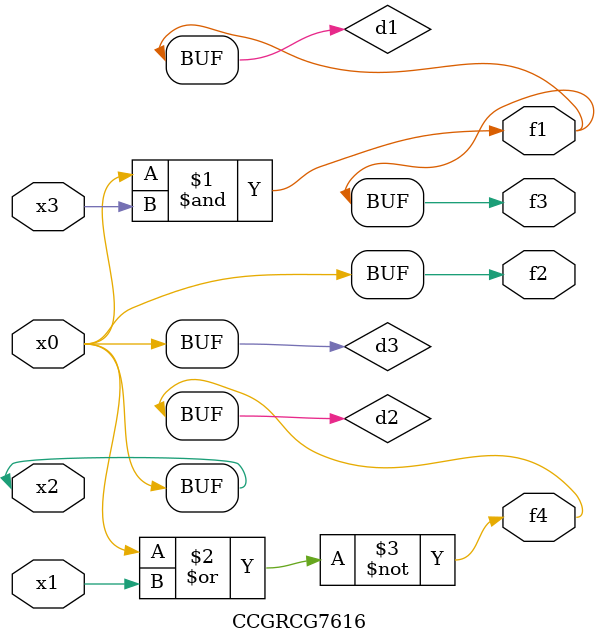
<source format=v>
module CCGRCG7616(
	input x0, x1, x2, x3,
	output f1, f2, f3, f4
);

	wire d1, d2, d3;

	and (d1, x2, x3);
	nor (d2, x0, x1);
	buf (d3, x0, x2);
	assign f1 = d1;
	assign f2 = d3;
	assign f3 = d1;
	assign f4 = d2;
endmodule

</source>
